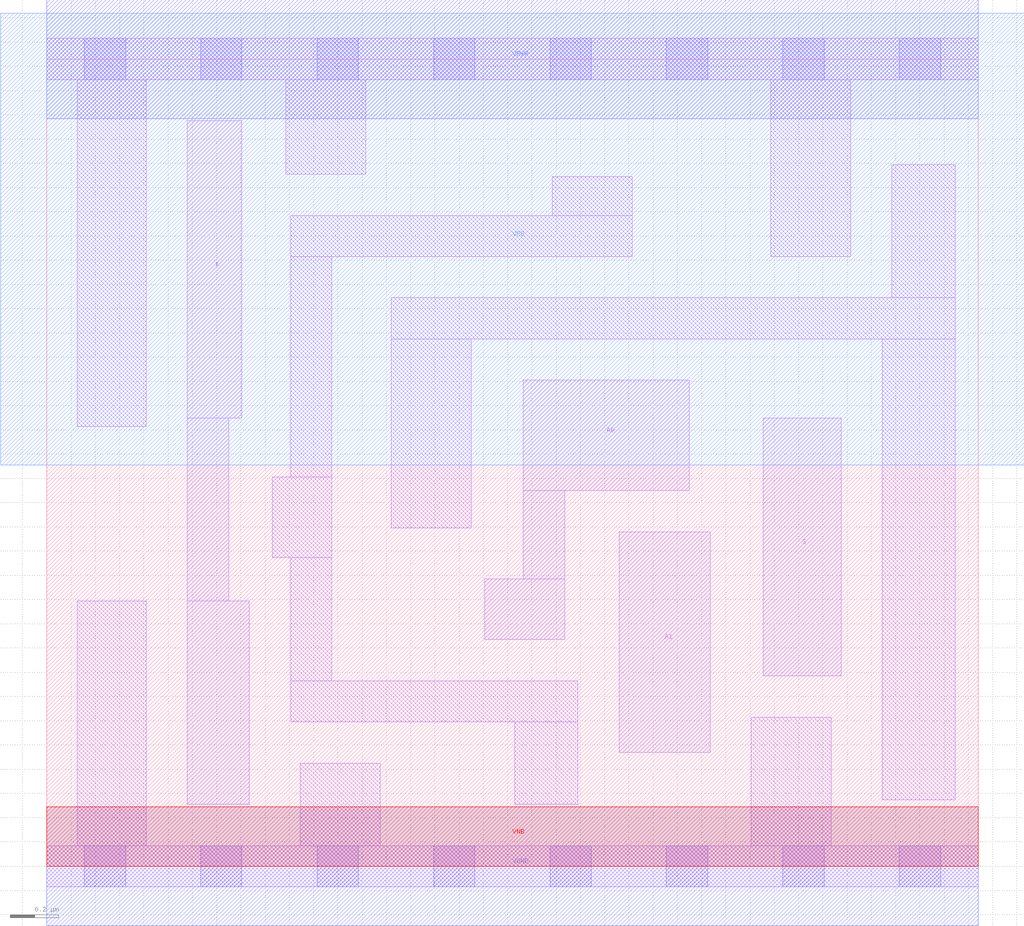
<source format=lef>
# Copyright 2020 The SkyWater PDK Authors
#
# Licensed under the Apache License, Version 2.0 (the "License");
# you may not use this file except in compliance with the License.
# You may obtain a copy of the License at
#
#     https://www.apache.org/licenses/LICENSE-2.0
#
# Unless required by applicable law or agreed to in writing, software
# distributed under the License is distributed on an "AS IS" BASIS,
# WITHOUT WARRANTIES OR CONDITIONS OF ANY KIND, either express or implied.
# See the License for the specific language governing permissions and
# limitations under the License.
#
# SPDX-License-Identifier: Apache-2.0

VERSION 5.7 ;
  NOWIREEXTENSIONATPIN ON ;
  DIVIDERCHAR "/" ;
  BUSBITCHARS "[]" ;
MACRO sky130_fd_sc_lp__mux2_2
  CLASS CORE ;
  FOREIGN sky130_fd_sc_lp__mux2_2 ;
  ORIGIN  0.000000  0.000000 ;
  SIZE  3.840000 BY  3.330000 ;
  SYMMETRY X Y R90 ;
  SITE unit ;
  PIN A0
    ANTENNAGATEAREA  0.159000 ;
    DIRECTION INPUT ;
    USE SIGNAL ;
    PORT
      LAYER li1 ;
        RECT 1.805000 0.935000 2.135000 1.185000 ;
        RECT 1.965000 1.185000 2.135000 1.550000 ;
        RECT 1.965000 1.550000 2.650000 2.005000 ;
    END
  END A0
  PIN A1
    ANTENNAGATEAREA  0.159000 ;
    DIRECTION INPUT ;
    USE SIGNAL ;
    PORT
      LAYER li1 ;
        RECT 2.360000 0.470000 2.735000 1.380000 ;
    END
  END A1
  PIN S
    ANTENNAGATEAREA  0.318000 ;
    DIRECTION INPUT ;
    USE SIGNAL ;
    PORT
      LAYER li1 ;
        RECT 2.955000 0.785000 3.275000 1.850000 ;
    END
  END S
  PIN X
    ANTENNADIFFAREA  0.588000 ;
    DIRECTION OUTPUT ;
    USE SIGNAL ;
    PORT
      LAYER li1 ;
        RECT 0.580000 0.255000 0.835000 1.095000 ;
        RECT 0.580000 1.095000 0.750000 1.850000 ;
        RECT 0.580000 1.850000 0.805000 3.075000 ;
    END
  END X
  PIN VGND
    DIRECTION INOUT ;
    USE GROUND ;
    PORT
      LAYER met1 ;
        RECT 0.000000 -0.245000 3.840000 0.245000 ;
    END
  END VGND
  PIN VNB
    DIRECTION INOUT ;
    USE GROUND ;
    PORT
      LAYER pwell ;
        RECT 0.000000 0.000000 3.840000 0.245000 ;
    END
  END VNB
  PIN VPB
    DIRECTION INOUT ;
    USE POWER ;
    PORT
      LAYER nwell ;
        RECT -0.190000 1.655000 4.030000 3.520000 ;
    END
  END VPB
  PIN VPWR
    DIRECTION INOUT ;
    USE POWER ;
    PORT
      LAYER met1 ;
        RECT 0.000000 3.085000 3.840000 3.575000 ;
    END
  END VPWR
  OBS
    LAYER li1 ;
      RECT 0.000000 -0.085000 3.840000 0.085000 ;
      RECT 0.000000  3.245000 3.840000 3.415000 ;
      RECT 0.125000  0.085000 0.410000 1.095000 ;
      RECT 0.125000  1.815000 0.410000 3.245000 ;
      RECT 0.930000  1.275000 1.175000 1.605000 ;
      RECT 0.985000  2.855000 1.315000 3.245000 ;
      RECT 1.005000  0.595000 2.190000 0.765000 ;
      RECT 1.005000  0.765000 1.175000 1.275000 ;
      RECT 1.005000  1.605000 1.175000 2.515000 ;
      RECT 1.005000  2.515000 2.415000 2.685000 ;
      RECT 1.045000  0.085000 1.375000 0.425000 ;
      RECT 1.420000  1.395000 1.750000 2.175000 ;
      RECT 1.420000  2.175000 3.745000 2.345000 ;
      RECT 1.930000  0.255000 2.190000 0.595000 ;
      RECT 2.085000  2.685000 2.415000 2.845000 ;
      RECT 2.905000  0.085000 3.235000 0.615000 ;
      RECT 2.985000  2.515000 3.315000 3.245000 ;
      RECT 3.445000  0.275000 3.745000 2.175000 ;
      RECT 3.485000  2.345000 3.745000 2.895000 ;
    LAYER mcon ;
      RECT 0.155000 -0.085000 0.325000 0.085000 ;
      RECT 0.155000  3.245000 0.325000 3.415000 ;
      RECT 0.635000 -0.085000 0.805000 0.085000 ;
      RECT 0.635000  3.245000 0.805000 3.415000 ;
      RECT 1.115000 -0.085000 1.285000 0.085000 ;
      RECT 1.115000  3.245000 1.285000 3.415000 ;
      RECT 1.595000 -0.085000 1.765000 0.085000 ;
      RECT 1.595000  3.245000 1.765000 3.415000 ;
      RECT 2.075000 -0.085000 2.245000 0.085000 ;
      RECT 2.075000  3.245000 2.245000 3.415000 ;
      RECT 2.555000 -0.085000 2.725000 0.085000 ;
      RECT 2.555000  3.245000 2.725000 3.415000 ;
      RECT 3.035000 -0.085000 3.205000 0.085000 ;
      RECT 3.035000  3.245000 3.205000 3.415000 ;
      RECT 3.515000 -0.085000 3.685000 0.085000 ;
      RECT 3.515000  3.245000 3.685000 3.415000 ;
  END
END sky130_fd_sc_lp__mux2_2
END LIBRARY

</source>
